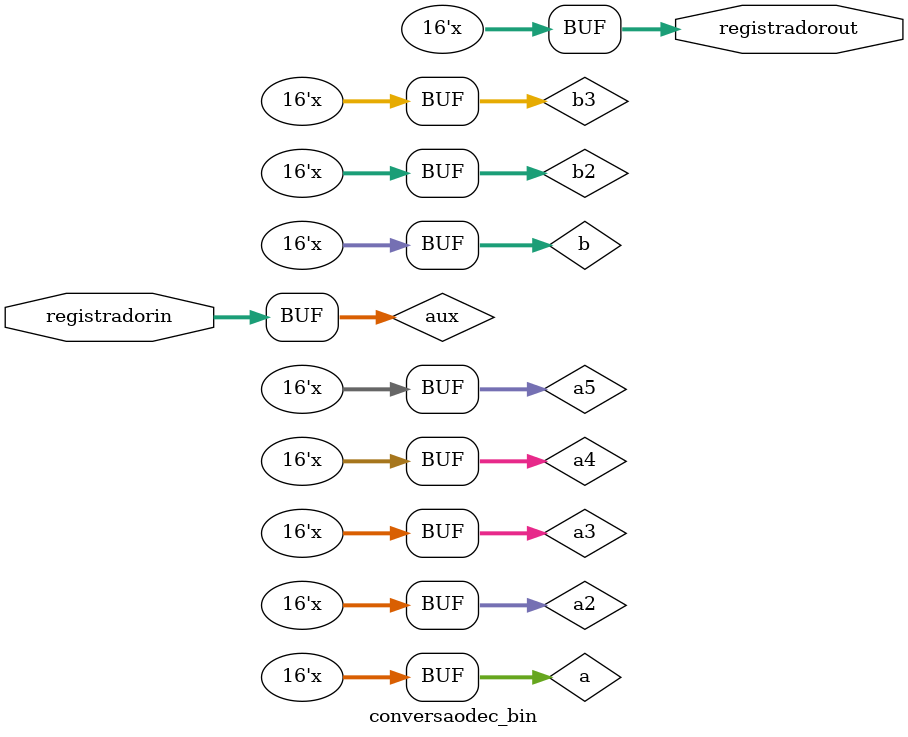
<source format=v>
module conversaodec_bin(registradorin, registradorout);

	input [15:0] registradorin;
	output [15:0] registradorout;
	reg [15:0] registradorout;
	wire [15:0] registradorin;
	reg [15:0] aux;
	
	reg [15:0] a;
	reg [15:0] a2;
	reg [15:0] a3;
	reg [15:0] a4;
	reg [15:0] a5;
	reg [15:0] b;
	reg [15:0] b2;
	reg [15:0] b3;
	//reg [15:0] b4;
	always @(*) begin
		aux <= registradorin;
		b <= aux;
		registradorout[3:0] <= aux % 10;
		a <= b / 10;
		a2 <= a;
		b2 <= a2;
		registradorout[7:4] <= a2 % 10;
		a3 <= b2 / 10;
		a4 <= a3;
		b3 <= a4;
		registradorout[11:8] <= a4 % 10;
		a5 <= b3 / 10;
		registradorout[15:12] <= a5 % 10;
	end

endmodule

</source>
